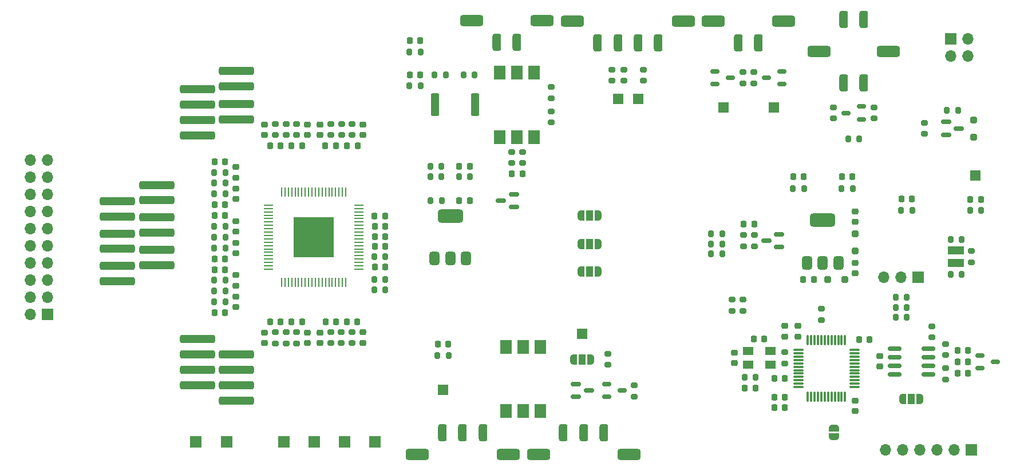
<source format=gbr>
%TF.GenerationSoftware,KiCad,Pcbnew,8.0.1*%
%TF.CreationDate,2024-04-26T19:22:48+02:00*%
%TF.ProjectId,MVBMS_Test_FT24,4d56424d-535f-4546-9573-745f46543234,rev?*%
%TF.SameCoordinates,Original*%
%TF.FileFunction,Soldermask,Top*%
%TF.FilePolarity,Negative*%
%FSLAX46Y46*%
G04 Gerber Fmt 4.6, Leading zero omitted, Abs format (unit mm)*
G04 Created by KiCad (PCBNEW 8.0.1) date 2024-04-26 19:22:48*
%MOMM*%
%LPD*%
G01*
G04 APERTURE LIST*
G04 Aperture macros list*
%AMRoundRect*
0 Rectangle with rounded corners*
0 $1 Rounding radius*
0 $2 $3 $4 $5 $6 $7 $8 $9 X,Y pos of 4 corners*
0 Add a 4 corners polygon primitive as box body*
4,1,4,$2,$3,$4,$5,$6,$7,$8,$9,$2,$3,0*
0 Add four circle primitives for the rounded corners*
1,1,$1+$1,$2,$3*
1,1,$1+$1,$4,$5*
1,1,$1+$1,$6,$7*
1,1,$1+$1,$8,$9*
0 Add four rect primitives between the rounded corners*
20,1,$1+$1,$2,$3,$4,$5,0*
20,1,$1+$1,$4,$5,$6,$7,0*
20,1,$1+$1,$6,$7,$8,$9,0*
20,1,$1+$1,$8,$9,$2,$3,0*%
%AMFreePoly0*
4,1,19,0.500000,-0.750000,0.000000,-0.750000,0.000000,-0.744911,-0.071157,-0.744911,-0.207708,-0.704816,-0.327430,-0.627875,-0.420627,-0.520320,-0.479746,-0.390866,-0.500000,-0.250000,-0.500000,0.250000,-0.479746,0.390866,-0.420627,0.520320,-0.327430,0.627875,-0.207708,0.704816,-0.071157,0.744911,0.000000,0.744911,0.000000,0.750000,0.500000,0.750000,0.500000,-0.750000,0.500000,-0.750000,
$1*%
%AMFreePoly1*
4,1,19,0.000000,0.744911,0.071157,0.744911,0.207708,0.704816,0.327430,0.627875,0.420627,0.520320,0.479746,0.390866,0.500000,0.250000,0.500000,-0.250000,0.479746,-0.390866,0.420627,-0.520320,0.327430,-0.627875,0.207708,-0.704816,0.071157,-0.744911,0.000000,-0.744911,0.000000,-0.750000,-0.500000,-0.750000,-0.500000,0.750000,0.000000,0.750000,0.000000,0.744911,0.000000,0.744911,
$1*%
%AMFreePoly2*
4,1,19,0.550000,-0.750000,0.000000,-0.750000,0.000000,-0.744911,-0.071157,-0.744911,-0.207708,-0.704816,-0.327430,-0.627875,-0.420627,-0.520320,-0.479746,-0.390866,-0.500000,-0.250000,-0.500000,0.250000,-0.479746,0.390866,-0.420627,0.520320,-0.327430,0.627875,-0.207708,0.704816,-0.071157,0.744911,0.000000,0.744911,0.000000,0.750000,0.550000,0.750000,0.550000,-0.750000,0.550000,-0.750000,
$1*%
%AMFreePoly3*
4,1,19,0.000000,0.744911,0.071157,0.744911,0.207708,0.704816,0.327430,0.627875,0.420627,0.520320,0.479746,0.390866,0.500000,0.250000,0.500000,-0.250000,0.479746,-0.390866,0.420627,-0.520320,0.327430,-0.627875,0.207708,-0.704816,0.071157,-0.744911,0.000000,-0.744911,0.000000,-0.750000,-0.550000,-0.750000,-0.550000,0.750000,0.000000,0.750000,0.000000,0.744911,0.000000,0.744911,
$1*%
G04 Aperture macros list end*
%ADD10RoundRect,0.225000X0.225000X0.250000X-0.225000X0.250000X-0.225000X-0.250000X0.225000X-0.250000X0*%
%ADD11RoundRect,0.200000X-0.200000X-0.275000X0.200000X-0.275000X0.200000X0.275000X-0.200000X0.275000X0*%
%ADD12RoundRect,0.200000X0.275000X-0.200000X0.275000X0.200000X-0.275000X0.200000X-0.275000X-0.200000X0*%
%ADD13R,1.780000X2.000000*%
%ADD14RoundRect,0.225000X-0.225000X-0.250000X0.225000X-0.250000X0.225000X0.250000X-0.225000X0.250000X0*%
%ADD15R,1.500000X1.500000*%
%ADD16RoundRect,0.225000X-0.250000X0.225000X-0.250000X-0.225000X0.250000X-0.225000X0.250000X0.225000X0*%
%ADD17RoundRect,0.200000X-0.275000X0.200000X-0.275000X-0.200000X0.275000X-0.200000X0.275000X0.200000X0*%
%ADD18R,1.700000X1.700000*%
%ADD19RoundRect,0.218750X-0.218750X-0.256250X0.218750X-0.256250X0.218750X0.256250X-0.218750X0.256250X0*%
%ADD20RoundRect,0.225000X0.250000X-0.225000X0.250000X0.225000X-0.250000X0.225000X-0.250000X-0.225000X0*%
%ADD21RoundRect,0.412500X1.302500X0.412500X-1.302500X0.412500X-1.302500X-0.412500X1.302500X-0.412500X0*%
%ADD22RoundRect,0.317500X0.317500X0.952500X-0.317500X0.952500X-0.317500X-0.952500X0.317500X-0.952500X0*%
%ADD23O,1.700000X1.700000*%
%ADD24RoundRect,0.150000X-0.512500X-0.150000X0.512500X-0.150000X0.512500X0.150000X-0.512500X0.150000X0*%
%ADD25RoundRect,0.250000X-2.350000X0.325000X-2.350000X-0.325000X2.350000X-0.325000X2.350000X0.325000X0*%
%ADD26FreePoly0,90.000000*%
%ADD27FreePoly1,90.000000*%
%ADD28RoundRect,0.412500X-1.302500X-0.412500X1.302500X-0.412500X1.302500X0.412500X-1.302500X0.412500X0*%
%ADD29RoundRect,0.317500X-0.317500X-0.952500X0.317500X-0.952500X0.317500X0.952500X-0.317500X0.952500X0*%
%ADD30RoundRect,0.375000X0.375000X-0.625000X0.375000X0.625000X-0.375000X0.625000X-0.375000X-0.625000X0*%
%ADD31RoundRect,0.500000X1.400000X-0.500000X1.400000X0.500000X-1.400000X0.500000X-1.400000X-0.500000X0*%
%ADD32RoundRect,0.250000X-0.362500X-1.425000X0.362500X-1.425000X0.362500X1.425000X-0.362500X1.425000X0*%
%ADD33RoundRect,0.250000X2.350000X-0.325000X2.350000X0.325000X-2.350000X0.325000X-2.350000X-0.325000X0*%
%ADD34RoundRect,0.200000X0.200000X0.275000X-0.200000X0.275000X-0.200000X-0.275000X0.200000X-0.275000X0*%
%ADD35RoundRect,0.075000X-0.662500X-0.075000X0.662500X-0.075000X0.662500X0.075000X-0.662500X0.075000X0*%
%ADD36RoundRect,0.075000X-0.075000X-0.662500X0.075000X-0.662500X0.075000X0.662500X-0.075000X0.662500X0*%
%ADD37RoundRect,0.150000X-0.587500X-0.150000X0.587500X-0.150000X0.587500X0.150000X-0.587500X0.150000X0*%
%ADD38FreePoly2,180.000000*%
%ADD39R,1.000000X1.500000*%
%ADD40FreePoly3,180.000000*%
%ADD41RoundRect,0.412500X1.302500X-0.412500X1.302500X0.412500X-1.302500X0.412500X-1.302500X-0.412500X0*%
%ADD42RoundRect,0.150000X-0.825000X-0.150000X0.825000X-0.150000X0.825000X0.150000X-0.825000X0.150000X0*%
%ADD43RoundRect,0.218750X-0.256250X0.218750X-0.256250X-0.218750X0.256250X-0.218750X0.256250X0.218750X0*%
%ADD44RoundRect,0.102000X-0.500000X-0.500000X0.500000X-0.500000X0.500000X0.500000X-0.500000X0.500000X0*%
%ADD45RoundRect,0.102000X0.500000X0.500000X-0.500000X0.500000X-0.500000X-0.500000X0.500000X-0.500000X0*%
%ADD46RoundRect,0.250000X-0.250000X0.250000X-0.250000X-0.250000X0.250000X-0.250000X0.250000X0.250000X0*%
%ADD47RoundRect,0.218750X0.218750X0.256250X-0.218750X0.256250X-0.218750X-0.256250X0.218750X-0.256250X0*%
%ADD48RoundRect,0.150000X0.512500X0.150000X-0.512500X0.150000X-0.512500X-0.150000X0.512500X-0.150000X0*%
%ADD49RoundRect,0.250000X0.250000X-0.250000X0.250000X0.250000X-0.250000X0.250000X-0.250000X-0.250000X0*%
%ADD50FreePoly2,0.000000*%
%ADD51FreePoly3,0.000000*%
%ADD52O,0.250000X1.500000*%
%ADD53O,1.500000X0.250000*%
%ADD54C,0.800000*%
%ADD55R,6.000000X6.000000*%
%ADD56RoundRect,0.150000X0.587500X0.150000X-0.587500X0.150000X-0.587500X-0.150000X0.587500X-0.150000X0*%
%ADD57R,1.600000X1.300000*%
%ADD58RoundRect,0.250000X0.250000X0.250000X-0.250000X0.250000X-0.250000X-0.250000X0.250000X-0.250000X0*%
G04 APERTURE END LIST*
D10*
%TO.C,C41*%
X152775000Y-143800000D03*
X151225000Y-143800000D03*
%TD*%
%TO.C,C22*%
X169200000Y-167500000D03*
X167650000Y-167500000D03*
%TD*%
D11*
%TO.C,R203*%
X252000000Y-166900000D03*
X253650000Y-166900000D03*
%TD*%
D12*
%TO.C,R6*%
X241000000Y-167273097D03*
X241000000Y-165623097D03*
%TD*%
%TO.C,R37*%
X170000000Y-170700000D03*
X170000000Y-169050000D03*
%TD*%
D11*
%TO.C,R48*%
X151175000Y-164600000D03*
X152825000Y-164600000D03*
%TD*%
%TO.C,R9*%
X243975000Y-147850000D03*
X245625000Y-147850000D03*
%TD*%
D13*
%TO.C,U5*%
X199440000Y-171235000D03*
X196900000Y-171235000D03*
X194360000Y-171235000D03*
X194360000Y-180765000D03*
X196900000Y-180765000D03*
X199440000Y-180765000D03*
%TD*%
D14*
%TO.C,C19*%
X174925000Y-159400000D03*
X176475000Y-159400000D03*
%TD*%
D15*
%TO.C,TP5*%
X234000000Y-135800000D03*
%TD*%
D16*
%TO.C,C6*%
X245960000Y-179218098D03*
X245960000Y-180768098D03*
%TD*%
D14*
%TO.C,C17*%
X187425000Y-149600000D03*
X188975000Y-149600000D03*
%TD*%
D10*
%TO.C,C15*%
X262675000Y-175148097D03*
X261125000Y-175148097D03*
%TD*%
D17*
%TO.C,R32*%
X256200000Y-138062500D03*
X256200000Y-139712500D03*
%TD*%
D18*
%TO.C,TP11*%
X161500000Y-185300000D03*
%TD*%
D10*
%TO.C,C3*%
X235600000Y-180213098D03*
X234050000Y-180213098D03*
%TD*%
D15*
%TO.C,TP4*%
X185050000Y-177600000D03*
%TD*%
D12*
%TO.C,R71*%
X196800000Y-144025000D03*
X196800000Y-142375000D03*
%TD*%
D19*
%TO.C,D18*%
X180112500Y-131000000D03*
X181687500Y-131000000D03*
%TD*%
D15*
%TO.C,TP6*%
X226500000Y-135800000D03*
%TD*%
D12*
%TO.C,R1*%
X263200000Y-158720000D03*
X263200000Y-157070000D03*
%TD*%
D17*
%TO.C,R62*%
X161800000Y-138237500D03*
X161800000Y-139887500D03*
%TD*%
%TO.C,R82*%
X209400000Y-172275000D03*
X209400000Y-173925000D03*
%TD*%
D11*
%TO.C,R52*%
X151175000Y-155000000D03*
X152825000Y-155000000D03*
%TD*%
D20*
%TO.C,C31*%
X154400000Y-165375000D03*
X154400000Y-163825000D03*
%TD*%
D12*
%TO.C,R36*%
X168400000Y-170700000D03*
X168400000Y-169050000D03*
%TD*%
D21*
%TO.C,J10*%
X199695000Y-122950000D03*
X189295000Y-122950000D03*
D22*
X195995000Y-126150000D03*
X192995000Y-126150000D03*
%TD*%
D21*
%TO.C,J5*%
X220600000Y-123000000D03*
X204200000Y-123000000D03*
D22*
X207900000Y-126200000D03*
X210900000Y-126200000D03*
X213900000Y-126200000D03*
X216900000Y-126200000D03*
%TD*%
D19*
%TO.C,D14*%
X252812500Y-149300000D03*
X254387500Y-149300000D03*
%TD*%
D18*
%TO.C,J2*%
X255300000Y-160900000D03*
D23*
X252760000Y-160900000D03*
X250220000Y-160900000D03*
%TD*%
D24*
%TO.C,D6*%
X264462500Y-172500597D03*
X264462500Y-174400597D03*
X266737500Y-173450597D03*
%TD*%
D10*
%TO.C,C23*%
X172375000Y-167500000D03*
X170825000Y-167500000D03*
%TD*%
D25*
%TO.C,R65*%
X148700000Y-137675000D03*
X148700000Y-139925000D03*
%TD*%
D20*
%TO.C,C39*%
X154400000Y-149375000D03*
X154400000Y-147825000D03*
%TD*%
D26*
%TO.C,JP2*%
X242862653Y-184548097D03*
D27*
X242862653Y-183248097D03*
%TD*%
D17*
%TO.C,R19*%
X229500000Y-154675000D03*
X229500000Y-156325000D03*
%TD*%
D28*
%TO.C,J8*%
X181250000Y-187150000D03*
X194650000Y-187150000D03*
D29*
X184950000Y-183950000D03*
X187950000Y-183950000D03*
X190950000Y-183950000D03*
%TD*%
D16*
%TO.C,C25*%
X166800000Y-169125000D03*
X166800000Y-170675000D03*
%TD*%
D14*
%TO.C,C42*%
X162625000Y-141500000D03*
X164175000Y-141500000D03*
%TD*%
D11*
%TO.C,R3*%
X260110000Y-160520000D03*
X261760000Y-160520000D03*
%TD*%
D14*
%TO.C,C7*%
X246585000Y-170193098D03*
X248135000Y-170193098D03*
%TD*%
D20*
%TO.C,C13*%
X249630000Y-174183097D03*
X249630000Y-172633097D03*
%TD*%
D17*
%TO.C,R66*%
X171600000Y-138237500D03*
X171600000Y-139887500D03*
%TD*%
D16*
%TO.C,C24*%
X173200000Y-169100000D03*
X173200000Y-170650000D03*
%TD*%
D30*
%TO.C,U2*%
X238900000Y-158800000D03*
X241200000Y-158800000D03*
D31*
X241200000Y-152500000D03*
D30*
X243500000Y-158800000D03*
%TD*%
D32*
%TO.C,R31*%
X183837500Y-135400000D03*
X189762500Y-135400000D03*
%TD*%
D11*
%TO.C,R8*%
X236775000Y-147850000D03*
X238425000Y-147850000D03*
%TD*%
D33*
%TO.C,R64*%
X154500000Y-137550000D03*
X154500000Y-135300000D03*
%TD*%
D25*
%TO.C,R40*%
X154500000Y-176975000D03*
X154500000Y-179225000D03*
%TD*%
D12*
%TO.C,R43*%
X163400000Y-170725000D03*
X163400000Y-169075000D03*
%TD*%
D16*
%TO.C,C28*%
X165000000Y-169125000D03*
X165000000Y-170675000D03*
%TD*%
D34*
%TO.C,R17*%
X176525000Y-161238604D03*
X174875000Y-161238604D03*
%TD*%
D17*
%TO.C,R67*%
X170012500Y-138237500D03*
X170012500Y-139887500D03*
%TD*%
D34*
%TO.C,R80*%
X185875000Y-172550000D03*
X184225000Y-172550000D03*
%TD*%
D14*
%TO.C,C47*%
X167625000Y-141462500D03*
X169175000Y-141462500D03*
%TD*%
D18*
%TO.C,J3*%
X126500000Y-166460000D03*
D23*
X123960000Y-166460000D03*
X126500000Y-163920000D03*
X123960000Y-163920000D03*
X126500000Y-161380000D03*
X123960000Y-161380000D03*
X126500000Y-158840000D03*
X123960000Y-158840000D03*
X126500000Y-156300000D03*
X123960000Y-156300000D03*
X126500000Y-153760000D03*
X123960000Y-153760000D03*
X126500000Y-151220000D03*
X123960000Y-151220000D03*
X126500000Y-148680000D03*
X123960000Y-148680000D03*
X126500000Y-146140000D03*
X123960000Y-146140000D03*
X126500000Y-143600000D03*
X123960000Y-143600000D03*
%TD*%
D12*
%TO.C,R41*%
X160200000Y-170725000D03*
X160200000Y-169075000D03*
%TD*%
D16*
%TO.C,C2*%
X228105000Y-172123098D03*
X228105000Y-173673098D03*
%TD*%
D12*
%TO.C,R29*%
X195200000Y-144025000D03*
X195200000Y-142375000D03*
%TD*%
D25*
%TO.C,R60*%
X136900000Y-149675000D03*
X136900000Y-151925000D03*
%TD*%
D11*
%TO.C,R35*%
X252775000Y-151000000D03*
X254425000Y-151000000D03*
%TD*%
D35*
%TO.C,U7*%
X237587500Y-171700000D03*
X237587500Y-172200000D03*
X237587500Y-172700000D03*
X237587500Y-173200000D03*
X237587500Y-173700000D03*
X237587500Y-174200000D03*
X237587500Y-174700000D03*
X237587500Y-175200000D03*
X237587500Y-175700000D03*
X237587500Y-176200000D03*
X237587500Y-176700000D03*
X237587500Y-177200000D03*
D36*
X239000000Y-178612500D03*
X239500000Y-178612500D03*
X240000000Y-178612500D03*
X240500000Y-178612500D03*
X241000000Y-178612500D03*
X241500000Y-178612500D03*
X242000000Y-178612500D03*
X242500000Y-178612500D03*
X243000000Y-178612500D03*
X243500000Y-178612500D03*
X244000000Y-178612500D03*
X244500000Y-178612500D03*
D35*
X245912500Y-177200000D03*
X245912500Y-176700000D03*
X245912500Y-176200000D03*
X245912500Y-175700000D03*
X245912500Y-175200000D03*
X245912500Y-174700000D03*
X245912500Y-174200000D03*
X245912500Y-173700000D03*
X245912500Y-173200000D03*
X245912500Y-172700000D03*
X245912500Y-172200000D03*
X245912500Y-171700000D03*
D36*
X244500000Y-170287500D03*
X244000000Y-170287500D03*
X243500000Y-170287500D03*
X243000000Y-170287500D03*
X242500000Y-170287500D03*
X242000000Y-170287500D03*
X241500000Y-170287500D03*
X241000000Y-170287500D03*
X240500000Y-170287500D03*
X240000000Y-170287500D03*
X239500000Y-170287500D03*
X239000000Y-170287500D03*
%TD*%
D18*
%TO.C,TP1*%
X166000000Y-185300000D03*
%TD*%
D10*
%TO.C,C9*%
X235600000Y-175948097D03*
X234050000Y-175948097D03*
%TD*%
D37*
%TO.C,Q2*%
X259462500Y-137937500D03*
X259462500Y-139837500D03*
X261337500Y-138887500D03*
%TD*%
D38*
%TO.C,JP8*%
X208000000Y-160100000D03*
D39*
X206700000Y-160100000D03*
D40*
X205400000Y-160100000D03*
%TD*%
D24*
%TO.C,D9*%
X225262500Y-130450000D03*
X225262500Y-132350000D03*
X227537500Y-131400000D03*
%TD*%
D12*
%TO.C,R5*%
X235610000Y-173718098D03*
X235610000Y-172068098D03*
%TD*%
D41*
%TO.C,J9*%
X240667500Y-127487500D03*
X250937500Y-127487500D03*
D29*
X247302500Y-132187500D03*
X247302500Y-122787500D03*
X244302500Y-132187500D03*
X244302500Y-122787500D03*
%TD*%
D11*
%TO.C,R47*%
X151175000Y-163000000D03*
X152825000Y-163000000D03*
%TD*%
D17*
%TO.C,R12*%
X259400000Y-174423097D03*
X259400000Y-176073097D03*
%TD*%
D18*
%TO.C,TP10*%
X170500000Y-185300000D03*
%TD*%
D14*
%TO.C,C1*%
X230985000Y-170093098D03*
X232535000Y-170093098D03*
%TD*%
D21*
%TO.C,J6*%
X235400000Y-123000000D03*
X225000000Y-123000000D03*
D22*
X231700000Y-126200000D03*
X228700000Y-126200000D03*
%TD*%
D12*
%TO.C,R10*%
X257300000Y-169825000D03*
X257300000Y-168175000D03*
%TD*%
D11*
%TO.C,R18*%
X187375000Y-146025000D03*
X189025000Y-146025000D03*
%TD*%
D14*
%TO.C,C14*%
X261125000Y-171800000D03*
X262675000Y-171800000D03*
%TD*%
D18*
%TO.C,TP12*%
X148500000Y-185300000D03*
%TD*%
%TO.C,J4*%
X260100000Y-125600000D03*
D23*
X262640000Y-125600000D03*
X260100000Y-128140000D03*
X262640000Y-128140000D03*
%TD*%
D12*
%TO.C,R81*%
X213305000Y-178610000D03*
X213305000Y-176960000D03*
%TD*%
D11*
%TO.C,R34*%
X188075000Y-131000000D03*
X189725000Y-131000000D03*
%TD*%
D17*
%TO.C,R76*%
X227762653Y-164275000D03*
X227762653Y-165925000D03*
%TD*%
D34*
%TO.C,R15*%
X184800000Y-144500000D03*
X183150000Y-144500000D03*
%TD*%
D17*
%TO.C,R68*%
X168412500Y-138237500D03*
X168412500Y-139887500D03*
%TD*%
D20*
%TO.C,C45*%
X165000000Y-139837500D03*
X165000000Y-138287500D03*
%TD*%
D11*
%TO.C,R51*%
X151175000Y-153400000D03*
X152825000Y-153400000D03*
%TD*%
D34*
%TO.C,R30*%
X261225000Y-136187500D03*
X259575000Y-136187500D03*
%TD*%
D10*
%TO.C,C26*%
X160975000Y-167525000D03*
X159425000Y-167525000D03*
%TD*%
D42*
%TO.C,U3*%
X251855000Y-171478097D03*
X251855000Y-172748097D03*
X251855000Y-174018097D03*
X251855000Y-175288097D03*
X256805000Y-175288097D03*
X256805000Y-174018097D03*
X256805000Y-172748097D03*
X256805000Y-171478097D03*
%TD*%
D17*
%TO.C,R74*%
X201000000Y-136375000D03*
X201000000Y-138025000D03*
%TD*%
%TO.C,R11*%
X259400000Y-170823097D03*
X259400000Y-172473097D03*
%TD*%
D19*
%TO.C,D16*%
X263012500Y-149400000D03*
X264587500Y-149400000D03*
%TD*%
D12*
%TO.C,R42*%
X161810000Y-170725000D03*
X161810000Y-169075000D03*
%TD*%
D17*
%TO.C,R63*%
X160200000Y-138237500D03*
X160200000Y-139887500D03*
%TD*%
D10*
%TO.C,C40*%
X152775000Y-150200000D03*
X151225000Y-150200000D03*
%TD*%
D19*
%TO.C,D19*%
X184262500Y-170850000D03*
X185837500Y-170850000D03*
%TD*%
D17*
%TO.C,R73*%
X201000000Y-132775000D03*
X201000000Y-134425000D03*
%TD*%
D38*
%TO.C,JP6*%
X208000000Y-151800000D03*
D39*
X206700000Y-151800000D03*
D40*
X205400000Y-151800000D03*
%TD*%
D34*
%TO.C,R79*%
X181725000Y-132600000D03*
X180075000Y-132600000D03*
%TD*%
D17*
%TO.C,R75*%
X229400000Y-164275000D03*
X229400000Y-165925000D03*
%TD*%
D34*
%TO.C,R205*%
X226325000Y-156000000D03*
X224675000Y-156000000D03*
%TD*%
D43*
%TO.C,F1*%
X246000000Y-151187500D03*
X246000000Y-152762500D03*
%TD*%
D20*
%TO.C,C30*%
X154400000Y-162175000D03*
X154400000Y-160625000D03*
%TD*%
D44*
%TO.C,D1*%
X260275000Y-156975000D03*
X261525000Y-156975000D03*
D45*
X261525000Y-158825000D03*
X260275000Y-158825000D03*
%TD*%
D17*
%TO.C,R24*%
X211800000Y-130175000D03*
X211800000Y-131825000D03*
%TD*%
D11*
%TO.C,R202*%
X252000000Y-165400000D03*
X253650000Y-165400000D03*
%TD*%
D33*
%TO.C,R69*%
X154500000Y-132625000D03*
X154500000Y-130375000D03*
%TD*%
D34*
%TO.C,R2*%
X261760000Y-155320000D03*
X260110000Y-155320000D03*
%TD*%
D24*
%TO.C,D20*%
X209262500Y-176750000D03*
X209262500Y-178650000D03*
X211537500Y-177700000D03*
%TD*%
D11*
%TO.C,R53*%
X151175000Y-156600000D03*
X152825000Y-156600000D03*
%TD*%
D20*
%TO.C,C8*%
X237562653Y-169723097D03*
X237562653Y-168173097D03*
%TD*%
D19*
%TO.C,D8*%
X229512500Y-153100000D03*
X231087500Y-153100000D03*
%TD*%
D46*
%TO.C,D15*%
X263487500Y-137650000D03*
X263487500Y-140150000D03*
%TD*%
D47*
%TO.C,FB1*%
X176487500Y-151900000D03*
X174912500Y-151900000D03*
%TD*%
D17*
%TO.C,R23*%
X231000000Y-130575000D03*
X231000000Y-132225000D03*
%TD*%
D28*
%TO.C,J7*%
X199150000Y-187150000D03*
X212550000Y-187150000D03*
D29*
X202850000Y-183950000D03*
X205850000Y-183950000D03*
X208850000Y-183950000D03*
%TD*%
D18*
%TO.C,TP13*%
X153000000Y-185300000D03*
%TD*%
D10*
%TO.C,C20*%
X176475000Y-154900000D03*
X174925000Y-154900000D03*
%TD*%
D48*
%TO.C,D10*%
X235137500Y-132350000D03*
X235137500Y-130450000D03*
X232862500Y-131400000D03*
%TD*%
D19*
%TO.C,D17*%
X180112500Y-125920000D03*
X181687500Y-125920000D03*
%TD*%
%TO.C,D12*%
X195212500Y-145600000D03*
X196787500Y-145600000D03*
%TD*%
D12*
%TO.C,R38*%
X171600000Y-170700000D03*
X171600000Y-169050000D03*
%TD*%
D11*
%TO.C,R56*%
X151175000Y-145400000D03*
X152825000Y-145400000D03*
%TD*%
D19*
%TO.C,D5*%
X244012500Y-146050000D03*
X245587500Y-146050000D03*
%TD*%
D11*
%TO.C,R58*%
X151175000Y-148600000D03*
X152825000Y-148600000D03*
%TD*%
D20*
%TO.C,C48*%
X166812500Y-139837500D03*
X166812500Y-138287500D03*
%TD*%
D34*
%TO.C,R204*%
X226325000Y-154500000D03*
X224675000Y-154500000D03*
%TD*%
D33*
%TO.C,R54*%
X142700000Y-154325000D03*
X142700000Y-152075000D03*
%TD*%
D10*
%TO.C,C21*%
X176475000Y-153400000D03*
X174925000Y-153400000D03*
%TD*%
D49*
%TO.C,D2*%
X246000000Y-157025000D03*
X246000000Y-154525000D03*
%TD*%
D10*
%TO.C,C27*%
X164175000Y-167525000D03*
X162625000Y-167525000D03*
%TD*%
D12*
%TO.C,R28*%
X242802500Y-137425000D03*
X242802500Y-135775000D03*
%TD*%
D20*
%TO.C,C38*%
X154400000Y-146175000D03*
X154400000Y-144625000D03*
%TD*%
D14*
%TO.C,C12*%
X238312500Y-161275000D03*
X239862500Y-161275000D03*
%TD*%
D25*
%TO.C,R50*%
X136900000Y-159275000D03*
X136900000Y-161525000D03*
%TD*%
D15*
%TO.C,TP3*%
X205600000Y-169300000D03*
%TD*%
D34*
%TO.C,R7*%
X176487500Y-162838604D03*
X174837500Y-162838604D03*
%TD*%
D20*
%TO.C,C11*%
X246000000Y-160350000D03*
X246000000Y-158800000D03*
%TD*%
D12*
%TO.C,R25*%
X210000000Y-131825000D03*
X210000000Y-130175000D03*
%TD*%
D34*
%TO.C,R16*%
X176525000Y-157900000D03*
X174875000Y-157900000D03*
%TD*%
D50*
%TO.C,JP3*%
X204300000Y-173100000D03*
D39*
X205600000Y-173100000D03*
D51*
X206900000Y-173100000D03*
%TD*%
D20*
%TO.C,C35*%
X154400000Y-157375000D03*
X154400000Y-155825000D03*
%TD*%
D52*
%TO.C,U4*%
X170650000Y-148312500D03*
X170150000Y-148312500D03*
X169650000Y-148312500D03*
X169150000Y-148312500D03*
X168650000Y-148312500D03*
X168150000Y-148312500D03*
X167650000Y-148312500D03*
X167150000Y-148312500D03*
X166650000Y-148312500D03*
X166150000Y-148312500D03*
X165650000Y-148312500D03*
X165150000Y-148312500D03*
X164650000Y-148312500D03*
X164150000Y-148312500D03*
X163650000Y-148312500D03*
X163150000Y-148312500D03*
X162650000Y-148312500D03*
X162150000Y-148312500D03*
X161650000Y-148312500D03*
X161150000Y-148312500D03*
D53*
X159212500Y-150250000D03*
X159212500Y-150750000D03*
X159212500Y-151250000D03*
X159212500Y-151750000D03*
X159212500Y-152250000D03*
X159212500Y-152750000D03*
X159212500Y-153250000D03*
X159212500Y-153750000D03*
X159212500Y-154250000D03*
X159212500Y-154750000D03*
X159212500Y-155250000D03*
X159212500Y-155750000D03*
X159212500Y-156250000D03*
X159212500Y-156750000D03*
X159212500Y-157250000D03*
X159212500Y-157750000D03*
X159212500Y-158250000D03*
X159212500Y-158750000D03*
X159212500Y-159250000D03*
X159212500Y-159750000D03*
D52*
X161150000Y-161687500D03*
X161650000Y-161687500D03*
X162150000Y-161687500D03*
X162650000Y-161687500D03*
X163150000Y-161687500D03*
X163650000Y-161687500D03*
X164150000Y-161687500D03*
X164650000Y-161687500D03*
X165150000Y-161687500D03*
X165650000Y-161687500D03*
X166150000Y-161687500D03*
X166650000Y-161687500D03*
X167150000Y-161687500D03*
X167650000Y-161687500D03*
X168150000Y-161687500D03*
X168650000Y-161687500D03*
X169150000Y-161687500D03*
X169650000Y-161687500D03*
X170150000Y-161687500D03*
X170650000Y-161687500D03*
D53*
X172587500Y-159750000D03*
X172587500Y-159250000D03*
X172587500Y-158750000D03*
X172587500Y-158250000D03*
X172587500Y-157750000D03*
X172587500Y-157250000D03*
D54*
X168300000Y-152600000D03*
X167100000Y-152600000D03*
X165900000Y-152600000D03*
X164700000Y-152600000D03*
X163500000Y-152600000D03*
X168300000Y-153800000D03*
X167100000Y-153800000D03*
X165900000Y-153800000D03*
X164700000Y-153800000D03*
X163500000Y-153800000D03*
X168300000Y-155000000D03*
X167100000Y-155000000D03*
X165900000Y-155000000D03*
D55*
X165900000Y-155000000D03*
D54*
X164700000Y-155000000D03*
X163500000Y-155000000D03*
X168300000Y-156200000D03*
X167100000Y-156200000D03*
X165900000Y-156200000D03*
X164700000Y-156200000D03*
X163500000Y-156200000D03*
D53*
X172587500Y-156750000D03*
D54*
X168300000Y-157400000D03*
X167100000Y-157400000D03*
X165900000Y-157400000D03*
X164700000Y-157400000D03*
X163500000Y-157400000D03*
D53*
X172587500Y-156250000D03*
X172587500Y-155750000D03*
X172587500Y-155250000D03*
X172587500Y-154750000D03*
X172587500Y-154250000D03*
X172587500Y-153750000D03*
X172587500Y-153250000D03*
X172587500Y-152750000D03*
X172587500Y-152250000D03*
X172587500Y-151750000D03*
X172587500Y-151250000D03*
X172587500Y-150750000D03*
X172587500Y-150250000D03*
%TD*%
D48*
%TO.C,D13*%
X246921250Y-137543750D03*
X246921250Y-135643750D03*
X244646250Y-136593750D03*
%TD*%
D30*
%TO.C,Q1*%
X183800000Y-158150000D03*
X186100000Y-158150000D03*
D31*
X186100000Y-151850000D03*
D30*
X188400000Y-158150000D03*
%TD*%
D10*
%TO.C,C37*%
X152775000Y-151800000D03*
X151225000Y-151800000D03*
%TD*%
D34*
%TO.C,R206*%
X226325000Y-157500000D03*
X224675000Y-157500000D03*
%TD*%
D56*
%TO.C,Q4*%
X195500000Y-150550000D03*
X195500000Y-148650000D03*
X193625000Y-149600000D03*
%TD*%
D19*
%TO.C,D7*%
X187412500Y-144525000D03*
X188987500Y-144525000D03*
%TD*%
D14*
%TO.C,C16*%
X261125000Y-173500000D03*
X262675000Y-173500000D03*
%TD*%
D17*
%TO.C,R61*%
X163400000Y-138237500D03*
X163400000Y-139887500D03*
%TD*%
D10*
%TO.C,C36*%
X152775000Y-158200000D03*
X151225000Y-158200000D03*
%TD*%
D34*
%TO.C,R13*%
X184825000Y-149600000D03*
X183175000Y-149600000D03*
%TD*%
D18*
%TO.C,TP9*%
X175000000Y-185300000D03*
%TD*%
D50*
%TO.C,JP1*%
X253000000Y-179000000D03*
D39*
X254300000Y-179000000D03*
D51*
X255600000Y-179000000D03*
%TD*%
D34*
%TO.C,R78*%
X181700000Y-127600000D03*
X180050000Y-127600000D03*
%TD*%
D33*
%TO.C,R59*%
X142700000Y-149525000D03*
X142700000Y-147275000D03*
%TD*%
%TO.C,R49*%
X142700000Y-159125000D03*
X142700000Y-156875000D03*
%TD*%
D11*
%TO.C,R57*%
X151175000Y-147000000D03*
X152825000Y-147000000D03*
%TD*%
D15*
%TO.C,TP2*%
X213900000Y-134500000D03*
%TD*%
D20*
%TO.C,C44*%
X158600000Y-139837500D03*
X158600000Y-138287500D03*
%TD*%
D17*
%TO.C,R26*%
X248802500Y-135768750D03*
X248802500Y-137418750D03*
%TD*%
D11*
%TO.C,R14*%
X183150000Y-146000000D03*
X184800000Y-146000000D03*
%TD*%
D18*
%TO.C,J1*%
X263200000Y-186500000D03*
D23*
X260660000Y-186500000D03*
X258120000Y-186500000D03*
X255580000Y-186500000D03*
X253040000Y-186500000D03*
X250500000Y-186500000D03*
%TD*%
D16*
%TO.C,C29*%
X158600000Y-169125000D03*
X158600000Y-170675000D03*
%TD*%
D11*
%TO.C,R27*%
X244975000Y-140437500D03*
X246625000Y-140437500D03*
%TD*%
D20*
%TO.C,C49*%
X173200000Y-139837500D03*
X173200000Y-138287500D03*
%TD*%
D25*
%TO.C,R45*%
X154500000Y-172375000D03*
X154500000Y-174625000D03*
%TD*%
D11*
%TO.C,R77*%
X262975000Y-151000000D03*
X264625000Y-151000000D03*
%TD*%
D25*
%TO.C,R70*%
X148700000Y-133075000D03*
X148700000Y-135325000D03*
%TD*%
D57*
%TO.C,WE-1*%
X230155000Y-173898098D03*
X233455000Y-173898098D03*
X233455000Y-171898098D03*
X230155000Y-171898098D03*
%TD*%
D10*
%TO.C,C18*%
X176475000Y-156400000D03*
X174925000Y-156400000D03*
%TD*%
D37*
%TO.C,Q5*%
X204707500Y-176730000D03*
X204707500Y-178630000D03*
X206582500Y-177680000D03*
%TD*%
D10*
%TO.C,C33*%
X152775000Y-159800000D03*
X151225000Y-159800000D03*
%TD*%
D17*
%TO.C,R72*%
X231100000Y-154675000D03*
X231100000Y-156325000D03*
%TD*%
D33*
%TO.C,R39*%
X148700000Y-176925000D03*
X148700000Y-174675000D03*
%TD*%
D11*
%TO.C,R33*%
X183775000Y-131000000D03*
X185425000Y-131000000D03*
%TD*%
%TO.C,R46*%
X151175000Y-161400000D03*
X152825000Y-161400000D03*
%TD*%
D13*
%TO.C,U6*%
X193420000Y-140165000D03*
X195960000Y-140165000D03*
X198500000Y-140165000D03*
X198500000Y-130635000D03*
X195960000Y-130635000D03*
X193420000Y-130635000D03*
%TD*%
D12*
%TO.C,R20*%
X214700000Y-131825000D03*
X214700000Y-130175000D03*
%TD*%
D10*
%TO.C,C32*%
X152775000Y-166200000D03*
X151225000Y-166200000D03*
%TD*%
D58*
%TO.C,D3*%
X244450000Y-161275000D03*
X241950000Y-161275000D03*
%TD*%
D20*
%TO.C,C4*%
X235605000Y-169723097D03*
X235605000Y-168173097D03*
%TD*%
D17*
%TO.C,R21*%
X229437500Y-130575000D03*
X229437500Y-132225000D03*
%TD*%
D38*
%TO.C,JP7*%
X208000000Y-156000000D03*
D39*
X206700000Y-156000000D03*
D40*
X205400000Y-156000000D03*
%TD*%
D11*
%TO.C,R201*%
X251975000Y-163900000D03*
X253625000Y-163900000D03*
%TD*%
D14*
%TO.C,C43*%
X159437500Y-141500000D03*
X160987500Y-141500000D03*
%TD*%
D34*
%TO.C,R4*%
X231287653Y-175743098D03*
X229637653Y-175743098D03*
%TD*%
D10*
%TO.C,C5*%
X231237653Y-177348097D03*
X229687653Y-177348097D03*
%TD*%
D15*
%TO.C,TP7*%
X210900000Y-134500000D03*
%TD*%
D14*
%TO.C,C46*%
X170837500Y-141462500D03*
X172387500Y-141462500D03*
%TD*%
D25*
%TO.C,R55*%
X136900000Y-154475000D03*
X136900000Y-156725000D03*
%TD*%
D56*
%TO.C,Q3*%
X234737500Y-156450000D03*
X234737500Y-154550000D03*
X232862500Y-155500000D03*
%TD*%
D15*
%TO.C,TP8*%
X263800000Y-145900000D03*
%TD*%
D33*
%TO.C,R44*%
X148700000Y-172325000D03*
X148700000Y-170075000D03*
%TD*%
D19*
%TO.C,D4*%
X236812500Y-146031250D03*
X238387500Y-146031250D03*
%TD*%
D10*
%TO.C,C10*%
X235600000Y-178713098D03*
X234050000Y-178713098D03*
%TD*%
D20*
%TO.C,C34*%
X154400000Y-154175000D03*
X154400000Y-152625000D03*
%TD*%
M02*

</source>
